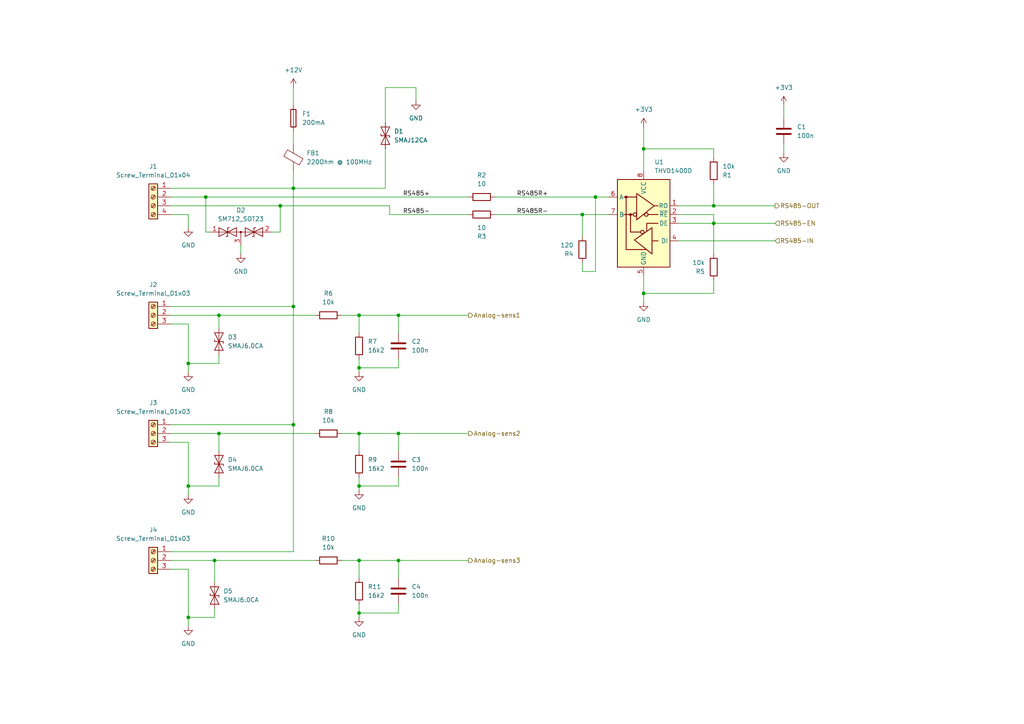
<source format=kicad_sch>
(kicad_sch (version 20250114) (generator "eeschema") (generator_version "9.0")
  (paper "A4")
  (lib_symbols
    (symbol "Connector:Screw_Terminal_01x03" (pin_names (offset 1.016) (hide yes))
      (property "Reference" "J" (at 0 5.08 0))
      (property "Value" "Screw_Terminal_01x03" (at 0 -5.08 0))
      (symbol "Screw_Terminal_01x03_1_1"
        (rectangle (start -1.27 3.81) (end 1.27 -3.81) (stroke (width 0.254)) (fill (type background)))
        (polyline (pts (xy -0.5334 2.8702) (xy 0.3302 2.032)) (stroke (width 0.1524)))
        (polyline (pts (xy -0.5334 0.3302) (xy 0.3302 -0.508)) (stroke (width 0.1524)))
        (polyline (pts (xy -0.5334 -2.2098) (xy 0.3302 -3.048)) (stroke (width 0.1524)))
        (polyline (pts (xy -0.3556 3.048) (xy 0.508 2.2098)) (stroke (width 0.1524)))
        (polyline (pts (xy -0.3556 0.508) (xy 0.508 -0.3302)) (stroke (width 0.1524)))
        (polyline (pts (xy -0.3556 -2.032) (xy 0.508 -2.8702)) (stroke (width 0.1524)))
        (circle (center 0 2.54) (radius 0.635) (stroke (width 0.1524)))
        (circle (center 0 0) (radius 0.635) (stroke (width 0.1524)))
        (circle (center 0 -2.54) (radius 0.635) (stroke (width 0.1524)))
        (pin passive line (at -5.08 2.54 0) (length 3.81) (name "Pin_1") (number "1"))
        (pin passive line (at -5.08 0 0) (length 3.81) (name "Pin_2") (number "2"))
        (pin passive line (at -5.08 -2.54 0) (length 3.81) (name "Pin_3") (number "3"))
      )
    )
    (symbol "Connector:Screw_Terminal_01x04" (pin_names (offset 1.016) (hide yes))
      (property "Reference" "J" (at 0 5.08 0))
      (property "Value" "Screw_Terminal_01x04" (at 0 -7.62 0))
      (symbol "Screw_Terminal_01x04_1_1"
        (rectangle (start -1.27 3.81) (end 1.27 -6.35) (stroke (width 0.254)) (fill (type background)))
        (polyline (pts (xy -0.5334 2.8702) (xy 0.3302 2.032)) (stroke (width 0.1524)))
        (polyline (pts (xy -0.5334 0.3302) (xy 0.3302 -0.508)) (stroke (width 0.1524)))
        (polyline (pts (xy -0.5334 -2.2098) (xy 0.3302 -3.048)) (stroke (width 0.1524)))
        (polyline (pts (xy -0.5334 -4.7498) (xy 0.3302 -5.588)) (stroke (width 0.1524)))
        (polyline (pts (xy -0.3556 3.048) (xy 0.508 2.2098)) (stroke (width 0.1524)))
        (polyline (pts (xy -0.3556 0.508) (xy 0.508 -0.3302)) (stroke (width 0.1524)))
        (polyline (pts (xy -0.3556 -2.032) (xy 0.508 -2.8702)) (stroke (width 0.1524)))
        (polyline (pts (xy -0.3556 -4.572) (xy 0.508 -5.4102)) (stroke (width 0.1524)))
        (circle (center 0 2.54) (radius 0.635) (stroke (width 0.1524)))
        (circle (center 0 0) (radius 0.635) (stroke (width 0.1524)))
        (circle (center 0 -2.54) (radius 0.635) (stroke (width 0.1524)))
        (circle (center 0 -5.08) (radius 0.635) (stroke (width 0.1524)))
        (pin passive line (at -5.08 2.54 0) (length 3.81) (name "Pin_1") (number "1"))
        (pin passive line (at -5.08 0 0) (length 3.81) (name "Pin_2") (number "2"))
        (pin passive line (at -5.08 -2.54 0) (length 3.81) (name "Pin_3") (number "3"))
        (pin passive line (at -5.08 -5.08 0) (length 3.81) (name "Pin_4") (number "4"))
      )
    )
    (symbol "Device:C" (pin_numbers (hide yes)) (pin_names (offset 0.254))
      (property "Reference" "C" (at 0.635 2.54 0))
      (property "Value" "C" (at 0.635 -2.54 0))
      (symbol "C_0_1"
        (polyline (pts (xy -2.032 0.762) (xy 2.032 0.762)) (stroke (width 0.508)))
        (polyline (pts (xy -2.032 -0.762) (xy 2.032 -0.762)) (stroke (width 0.508)))
      )
      (symbol "C_1_1"
        (pin passive line (at 0 3.81 270) (length 2.794) (name "~") (number "1"))
        (pin passive line (at 0 -3.81 90) (length 2.794) (name "~") (number "2"))
      )
    )
    (symbol "Device:FerriteBead" (pin_numbers (hide yes)) (pin_names (offset 0))
      (property "Reference" "FB" (at -3.81 0.635 90))
      (property "Value" "FerriteBead" (at 3.81 0 90))
      (symbol "FerriteBead_0_1"
        (polyline (pts (xy -2.7686 0.4064) (xy -1.7018 2.2606) (xy 2.7686 -0.3048) (xy 1.6764 -2.159) (xy -2.7686 0.4064)))
        (polyline (pts (xy 0 1.27) (xy 0 1.2954)))
        (polyline (pts (xy 0 -1.27) (xy 0 -1.2192)))
      )
      (symbol "FerriteBead_1_1"
        (pin passive line (at 0 3.81 270) (length 2.54) (name "~") (number "1"))
        (pin passive line (at 0 -3.81 90) (length 2.54) (name "~") (number "2"))
      )
    )
    (symbol "Device:Fuse" (pin_numbers (hide yes)) (pin_names (offset 0))
      (property "Reference" "F1" (at 2.54 1.2701 0))
      (property "Value" "200mA" (at 2.54 -1.2699 0))
      (symbol "Fuse_0_1"
        (rectangle (start -0.762 -2.54) (end 0.762 2.54) (stroke (width 0.254)))
        (polyline (pts (xy 0 2.54) (xy 0 -2.54)))
      )
      (symbol "Fuse_1_1"
        (pin power_in line (at 0 3.81 270) (length 1.27) (name "~") (number "1"))
        (pin power_out line (at 0 -3.81 90) (length 1.27) (name "~") (number "2"))
      )
    )
    (symbol "Device:R" (pin_numbers (hide yes)) (pin_names (offset 0))
      (property "Reference" "R" (at 2.032 0 90))
      (property "Value" "R" (at 0 0 90))
      (symbol "R_0_1"
        (rectangle (start -1.016 -2.54) (end 1.016 2.54) (stroke (width 0.254)))
      )
      (symbol "R_1_1"
        (pin passive line (at 0 3.81 270) (length 1.27) (name "~") (number "1"))
        (pin passive line (at 0 -3.81 90) (length 1.27) (name "~") (number "2"))
      )
    )
    (symbol "Diode:SM712_SOT23" (pin_names (offset 1.016) (hide yes))
      (property "Reference" "D" (at 0 4.445 0))
      (property "Value" "SM712_SOT23" (at 0 2.54 0))
      (symbol "SM712_SOT23_0_0"
        (polyline (pts (xy 0 -1.27) (xy 0 0)))
      )
      (symbol "SM712_SOT23_0_1"
        (polyline (pts (xy -6.35 0) (xy 6.35 0)))
        (polyline (pts (xy -6.35 -1.27) (xy -1.27 1.27) (xy -1.27 -1.27) (xy -6.35 1.27) (xy -6.35 -1.27)) (stroke (width 0.2032)))
        (polyline (pts (xy -3.302 1.27) (xy -3.81 1.27) (xy -3.81 -1.27) (xy -4.318 -1.27)) (stroke (width 0.2032)))
        (circle (center 0 0) (radius 0.254) (fill (type outline)))
        (polyline (pts (xy 1.27 -1.27) (xy 1.27 1.27) (xy 6.35 -1.27) (xy 6.35 1.27) (xy 1.27 -1.27)) (stroke (width 0.2032)))
        (polyline (pts (xy 4.318 1.27) (xy 3.81 1.27) (xy 3.81 -1.27) (xy 3.302 -1.27)) (stroke (width 0.2032)))
      )
      (symbol "SM712_SOT23_1_1"
        (pin passive line (at -8.89 0 0) (length 2.54) (name "A1") (number "1"))
        (pin input line (at 0 -3.81 90) (length 2.54) (name "common") (number "3"))
        (pin passive line (at 8.89 0 180) (length 2.54) (name "A2") (number "2"))
      )
    )
    (symbol "Diode:SMAJ12CA" (pin_numbers (hide yes)) (pin_names (offset 1.016) (hide yes))
      (property "Reference" "D" (at 0 2.54 0))
      (property "Value" "SMAJ12CA" (at 0 -2.54 0))
      (symbol "SMAJ12CA_0_1"
        (polyline (pts (xy -2.54 -1.27) (xy 0 0) (xy -2.54 1.27) (xy -2.54 -1.27)) (stroke (width 0.2032)))
        (polyline (pts (xy 0.508 1.27) (xy 0 1.27) (xy 0 -1.27) (xy -0.508 -1.27)) (stroke (width 0.2032)))
        (polyline (pts (xy 1.27 0) (xy -1.27 0)))
        (polyline (pts (xy 2.54 1.27) (xy 2.54 -1.27) (xy 0 0) (xy 2.54 1.27)) (stroke (width 0.2032)))
      )
      (symbol "SMAJ12CA_1_1"
        (pin passive line (at -3.81 0 0) (length 2.54) (name "A1") (number "1"))
        (pin passive line (at 3.81 0 180) (length 2.54) (name "A2") (number "2"))
      )
    )
    (symbol "Diode:SMAJ6.0CA" (pin_numbers (hide yes)) (pin_names (offset 1.016) (hide yes))
      (property "Reference" "D" (at 0 2.54 0))
      (property "Value" "SMAJ6.0CA" (at 0 -2.54 0))
      (symbol "SMAJ6.0CA_0_1"
        (polyline (pts (xy -2.54 -1.27) (xy 0 0) (xy -2.54 1.27) (xy -2.54 -1.27)) (stroke (width 0.2032)))
        (polyline (pts (xy 0.508 1.27) (xy 0 1.27) (xy 0 -1.27) (xy -0.508 -1.27)) (stroke (width 0.2032)))
        (polyline (pts (xy 1.27 0) (xy -1.27 0)))
        (polyline (pts (xy 2.54 1.27) (xy 2.54 -1.27) (xy 0 0) (xy 2.54 1.27)) (stroke (width 0.2032)))
      )
      (symbol "SMAJ6.0CA_1_1"
        (pin passive line (at -3.81 0 0) (length 2.54) (name "A1") (number "1"))
        (pin passive line (at 3.81 0 180) (length 2.54) (name "A2") (number "2"))
      )
    )
    (symbol "Interface_UART:THVD1400D"
      (property "Reference" "U" (at -6.096 11.43 0))
      (property "Value" "THVD1400D" (at 0.762 11.43 0))
      (symbol "THVD1400D_0_1"
        (rectangle (start -7.62 12.7) (end 7.62 -12.7) (stroke (width 0.254)) (fill (type background)))
        (polyline (pts (xy -4.191 2.54) (xy -1.27 2.54)) (stroke (width 0.254)))
        (polyline (pts (xy -4.191 0) (xy -0.889 0) (xy -0.889 -2.286)) (stroke (width 0.254)))
        (polyline (pts (xy -3.175 5.08) (xy -4.191 5.08) (xy -4.064 5.08)) (stroke (width 0.254)))
        (polyline (pts (xy -2.54 -5.08) (xy -4.191 -5.08)) (stroke (width 0.254)))
        (polyline (pts (xy -2.413 -5.08) (xy -2.413 -1.27) (xy 2.667 -4.826) (xy -2.413 -8.89) (xy -2.413 -5.08)) (stroke (width 0.254)))
        (polyline (pts (xy -0.635 -7.62) (xy 5.08 -7.62)) (stroke (width 0.254)))
        (circle (center 0.381 -2.54) (radius 0.508) (stroke (width 0.254)))
        (polyline (pts (xy 0.889 -2.54) (xy 3.81 -2.54)) (stroke (width 0.254)))
        (polyline (pts (xy 2.032 7.62) (xy 5.715 7.62)) (stroke (width 0.254)))
        (polyline (pts (xy 3.048 2.54) (xy 5.715 2.54)) (stroke (width 0.254)))
        (circle (center 3.81 2.54) (radius 0.2794) (stroke (width 0.254)) (fill (type outline)))
        (polyline (pts (xy 3.81 -2.54) (xy 3.81 2.54)) (stroke (width 0.254)))
        (polyline (pts (xy 5.08 -7.62) (xy 5.08 7.62)) (stroke (width 0.254)))
      )
      (symbol "THVD1400D_1_1"
        (circle (center -0.762 2.54) (radius 0.508) (stroke (width 0.254)))
        (polyline (pts (xy 2.032 4.826) (xy 2.032 8.636) (xy -3.048 5.08) (xy 2.032 1.016) (xy 2.032 4.826)) (stroke (width 0.254)))
        (circle (center 2.54 2.54) (radius 0.508) (stroke (width 0.254)))
        (circle (center 5.08 7.62) (radius 0.2794) (stroke (width 0.254)) (fill (type outline)))
        (pin output line (at -10.16 5.08 0) (length 2.54) (name "RO") (number "1"))
        (pin input line (at -10.16 2.54 0) (length 2.54) (name "~{RE}") (number "2"))
        (pin input line (at -10.16 0 0) (length 2.54) (name "DE") (number "3"))
        (pin input line (at -10.16 -5.08 0) (length 2.54) (name "DI") (number "4"))
        (pin power_in line (at 0 15.24 270) (length 2.54) (name "VCC") (number "8"))
        (pin power_in line (at 0 -15.24 90) (length 2.54) (name "GND") (number "5"))
        (pin bidirectional line (at 10.16 7.62 180) (length 2.54) (name "A") (number "6"))
        (pin bidirectional line (at 10.16 2.54 180) (length 2.54) (name "B") (number "7"))
      )
    )
    (symbol "power:+5V" (power) (pin_numbers (hide yes)) (pin_names (offset 0) (hide yes))
      (property "Value" "+5V" (at 0 3.556 0))
      (symbol "+5V_0_1"
        (polyline (pts (xy -0.762 1.27) (xy 0 2.54)))
        (polyline (pts (xy 0 2.54) (xy 0.762 1.27)))
        (polyline (pts (xy 0 0) (xy 0 2.54)))
      )
      (symbol "+5V_1_1"
        (pin power_in line (at 0 0 90) (length 0) (name "~") (number "1"))
      )
    )
    (symbol "power:GND" (power) (pin_numbers (hide yes)) (pin_names (offset 0) (hide yes))
      (property "Value" "GND" (at 0 -3.81 0))
      (symbol "GND_0_1"
        (polyline (pts (xy 0 0) (xy 0 -1.27) (xy 1.27 -1.27) (xy 0 -2.54) (xy -1.27 -1.27) (xy 0 -1.27)))
      )
      (symbol "GND_1_1"
        (pin power_in line (at 0 0 270) (length 0) (name "~") (number "1"))
      )
    )
  )
  (junction (at 85.09 88.9))
  (junction (at 207.01 59.69))
  (junction (at 62.23 162.56))
  (junction (at 104.14 106.68))
  (junction (at 115.57 162.56))
  (junction (at 207.01 64.77))
  (junction (at 104.14 140.97))
  (junction (at 104.14 162.56))
  (junction (at 85.09 123.19))
  (junction (at 186.69 43.18))
  (junction (at 63.5 91.44))
  (junction (at 172.72 57.15))
  (junction (at 115.57 125.73))
  (junction (at 54.61 140.97))
  (junction (at 104.14 125.73))
  (junction (at 104.14 177.8))
  (junction (at 54.61 105.41))
  (junction (at 63.5 125.73))
  (junction (at 85.09 54.61))
  (junction (at 168.91 62.23))
  (junction (at 81.28 59.69))
  (junction (at 115.57 91.44))
  (junction (at 59.69 57.15))
  (junction (at 186.69 85.09))
  (junction (at 104.14 91.44))
  (junction (at 54.61 179.07))
  (wire (pts (xy 207.01 85.09) (xy 186.69 85.09)))
  (wire (pts (xy 207.01 62.23) (xy 207.01 64.77)))
  (wire (pts (xy 99.06 162.56) (xy 104.14 162.56)))
  (wire (pts (xy 60.96 67.31) (xy 59.69 67.31)))
  (wire (pts (xy 115.57 177.8) (xy 104.14 177.8)))
  (wire (pts (xy 63.5 125.73) (xy 91.44 125.73)))
  (wire (pts (xy 63.5 140.97) (xy 54.61 140.97)))
  (wire (pts (xy 62.23 162.56) (xy 49.53 162.56)))
  (wire (pts (xy 54.61 128.27) (xy 49.53 128.27)))
  (wire (pts (xy 54.61 62.23) (xy 49.53 62.23)))
  (wire (pts (xy 63.5 95.25) (xy 63.5 91.44)))
  (wire (pts (xy 143.51 57.15) (xy 172.72 57.15)))
  (wire (pts (xy 115.57 104.14) (xy 115.57 106.68)))
  (wire (pts (xy 111.76 43.18) (xy 111.76 54.61)))
  (wire (pts (xy 104.14 162.56) (xy 104.14 167.64)))
  (wire (pts (xy 227.33 30.48) (xy 227.33 34.29)))
  (wire (pts (xy 49.53 88.9) (xy 85.09 88.9)))
  (wire (pts (xy 196.85 62.23) (xy 207.01 62.23)))
  (wire (pts (xy 85.09 54.61) (xy 111.76 54.61)))
  (wire (pts (xy 63.5 91.44) (xy 49.53 91.44)))
  (wire (pts (xy 207.01 64.77) (xy 196.85 64.77)))
  (wire (pts (xy 69.85 71.12) (xy 69.85 73.66)))
  (wire (pts (xy 207.01 81.28) (xy 207.01 85.09)))
  (wire (pts (xy 49.53 54.61) (xy 85.09 54.61)))
  (wire (pts (xy 62.23 179.07) (xy 54.61 179.07)))
  (wire (pts (xy 85.09 49.53) (xy 85.09 54.61)))
  (wire (pts (xy 63.5 102.87) (xy 63.5 105.41)))
  (wire (pts (xy 115.57 138.43) (xy 115.57 140.97)))
  (wire (pts (xy 104.14 104.14) (xy 104.14 106.68)))
  (wire (pts (xy 54.61 107.95) (xy 54.61 105.41)))
  (wire (pts (xy 63.5 125.73) (xy 49.53 125.73)))
  (wire (pts (xy 104.14 140.97) (xy 104.14 142.24)))
  (wire (pts (xy 63.5 130.81) (xy 63.5 125.73)))
  (wire (pts (xy 104.14 177.8) (xy 104.14 179.07)))
  (wire (pts (xy 85.09 54.61) (xy 85.09 88.9)))
  (wire (pts (xy 168.91 78.74) (xy 172.72 78.74)))
  (wire (pts (xy 120.65 25.4) (xy 120.65 29.21)))
  (wire (pts (xy 62.23 162.56) (xy 91.44 162.56)))
  (wire (pts (xy 115.57 140.97) (xy 104.14 140.97)))
  (wire (pts (xy 172.72 57.15) (xy 176.53 57.15)))
  (wire (pts (xy 85.09 25.4) (xy 85.09 30.48)))
  (wire (pts (xy 104.14 175.26) (xy 104.14 177.8)))
  (wire (pts (xy 49.53 123.19) (xy 85.09 123.19)))
  (wire (pts (xy 111.76 25.4) (xy 120.65 25.4)))
  (wire (pts (xy 104.14 106.68) (xy 104.14 107.95)))
  (wire (pts (xy 54.61 105.41) (xy 54.61 93.98)))
  (wire (pts (xy 207.01 64.77) (xy 224.79 64.77)))
  (wire (pts (xy 63.5 91.44) (xy 91.44 91.44)))
  (wire (pts (xy 49.53 165.1) (xy 54.61 165.1)))
  (wire (pts (xy 186.69 36.83) (xy 186.69 43.18)))
  (wire (pts (xy 49.53 57.15) (xy 59.69 57.15)))
  (wire (pts (xy 49.53 160.02) (xy 85.09 160.02)))
  (wire (pts (xy 104.14 91.44) (xy 104.14 96.52)))
  (wire (pts (xy 186.69 43.18) (xy 186.69 49.53)))
  (wire (pts (xy 168.91 62.23) (xy 168.91 68.58)))
  (wire (pts (xy 115.57 130.81) (xy 115.57 125.73)))
  (wire (pts (xy 113.03 62.23) (xy 113.03 59.69)))
  (wire (pts (xy 104.14 91.44) (xy 115.57 91.44)))
  (wire (pts (xy 54.61 143.51) (xy 54.61 140.97)))
  (wire (pts (xy 143.51 62.23) (xy 168.91 62.23)))
  (wire (pts (xy 54.61 140.97) (xy 54.61 128.27)))
  (wire (pts (xy 207.01 53.34) (xy 207.01 59.69)))
  (wire (pts (xy 62.23 176.53) (xy 62.23 179.07)))
  (wire (pts (xy 54.61 93.98) (xy 49.53 93.98)))
  (wire (pts (xy 115.57 125.73) (xy 135.89 125.73)))
  (wire (pts (xy 99.06 91.44) (xy 104.14 91.44)))
  (wire (pts (xy 196.85 59.69) (xy 207.01 59.69)))
  (wire (pts (xy 54.61 66.04) (xy 54.61 62.23)))
  (wire (pts (xy 85.09 123.19) (xy 85.09 160.02)))
  (wire (pts (xy 168.91 62.23) (xy 176.53 62.23)))
  (wire (pts (xy 115.57 162.56) (xy 104.14 162.56)))
  (wire (pts (xy 207.01 45.72) (xy 207.01 43.18)))
  (wire (pts (xy 59.69 67.31) (xy 59.69 57.15)))
  (wire (pts (xy 207.01 59.69) (xy 224.79 59.69)))
  (wire (pts (xy 115.57 167.64) (xy 115.57 162.56)))
  (wire (pts (xy 62.23 168.91) (xy 62.23 162.56)))
  (wire (pts (xy 54.61 179.07) (xy 54.61 165.1)))
  (wire (pts (xy 115.57 175.26) (xy 115.57 177.8)))
  (wire (pts (xy 115.57 96.52) (xy 115.57 91.44)))
  (wire (pts (xy 227.33 41.91) (xy 227.33 44.45)))
  (wire (pts (xy 63.5 138.43) (xy 63.5 140.97)))
  (wire (pts (xy 186.69 80.01) (xy 186.69 85.09)))
  (wire (pts (xy 115.57 125.73) (xy 104.14 125.73)))
  (wire (pts (xy 207.01 73.66) (xy 207.01 64.77)))
  (wire (pts (xy 186.69 85.09) (xy 186.69 87.63)))
  (wire (pts (xy 99.06 125.73) (xy 104.14 125.73)))
  (wire (pts (xy 63.5 105.41) (xy 54.61 105.41)))
  (wire (pts (xy 113.03 59.69) (xy 81.28 59.69)))
  (wire (pts (xy 85.09 38.1) (xy 85.09 41.91)))
  (wire (pts (xy 207.01 43.18) (xy 186.69 43.18)))
  (wire (pts (xy 81.28 67.31) (xy 81.28 59.69)))
  (wire (pts (xy 85.09 88.9) (xy 85.09 123.19)))
  (wire (pts (xy 168.91 76.2) (xy 168.91 78.74)))
  (wire (pts (xy 115.57 91.44) (xy 135.89 91.44)))
  (wire (pts (xy 59.69 57.15) (xy 135.89 57.15)))
  (wire (pts (xy 104.14 125.73) (xy 104.14 130.81)))
  (wire (pts (xy 135.89 62.23) (xy 113.03 62.23)))
  (wire (pts (xy 111.76 35.56) (xy 111.76 25.4)))
  (wire (pts (xy 115.57 106.68) (xy 104.14 106.68)))
  (wire (pts (xy 104.14 138.43) (xy 104.14 140.97)))
  (wire (pts (xy 115.57 162.56) (xy 135.89 162.56)))
  (wire (pts (xy 172.72 78.74) (xy 172.72 57.15)))
  (wire (pts (xy 78.74 67.31) (xy 81.28 67.31)))
  (wire (pts (xy 196.85 69.85) (xy 224.79 69.85)))
  (wire (pts (xy 81.28 59.69) (xy 49.53 59.69)))
  (wire (pts (xy 54.61 181.61) (xy 54.61 179.07)))
  (label "RS485+" (at 116.84 57.15 0))
  (label "RS485R+" (at 149.86 57.15 0))
  (label "RS485R-" (at 149.86 62.23 0))
  (label "RS485-" (at 116.84 62.23 0))
  (hierarchical_label "Analog-sens2" (shape output) (at 135.89 125.73 0))
  (hierarchical_label "RS485-OUT" (shape output) (at 224.79 59.69 0))
  (hierarchical_label "Analog-sens1" (shape output) (at 135.89 91.44 0))
  (hierarchical_label "RS485-IN" (shape input) (at 224.79 69.85 0))
  (hierarchical_label "Analog-sens3" (shape output) (at 135.89 162.56 0))
  (hierarchical_label "RS485-EN" (shape input) (at 224.79 64.77 0))
  (symbol (lib_id "Connector:Screw_Terminal_01x03") (at 44.45 125.73 0) (mirror y) (unit 1)
    (property "Reference" "J3" (at 44.45 116.84 0))
    (property "Value" "Screw_Terminal_01x03" (at 44.45 119.38 0))
    (property "Footprint" "TerminalBlock_Phoenix:TerminalBlock_Phoenix_MKDS-1,5-3-5.08_1x03_P5.08mm_Horizontal" (effects (hide yes)))
    (property "Description" "Generic screw terminal, single row, 01x03, script generated (kicad-library-utils/schlib/autogen/connector/)" (effects (hide yes)))
  )
  (symbol (lib_id "Device:C") (at 227.33 38.1 0) (unit 1)
    (property "Reference" "C1" (at 231.14 36.8299 0) (effects (justify left)))
    (property "Value" "100n" (at 231.14 39.3699 0) (effects (justify left)))
    (property "Footprint" "Capacitor_SMD:C_0603_1608Metric" (effects (hide yes)))
    (property "Description" "Unpolarized capacitor" (effects (hide yes)))
  )
  (symbol (lib_id "power:GND") (at 104.14 107.95 0) (unit 1)
    (property "Reference" "#PWR010" (effects (hide yes)))
    (property "Value" "GND" (at 104.14 113.03 0))
    (property "Description" "Power symbol creates a global label with name \"GND\" , ground" (effects (hide yes)))
  )
  (symbol (lib_id "Interface_UART:THVD1400D") (at 186.69 64.77 0) (mirror y) (unit 1)
    (property "Reference" "U1" (at 189.8081 46.99 0) (effects (justify right)))
    (property "Value" "THVD1400D" (at 189.8081 49.53 0) (effects (justify right)))
    (property "Footprint" "Package_SO:SOIC-8_3.9x4.9mm_P1.27mm" (effects (hide yes)))
    (property "Datasheet" "https://www.ti.com/lit/ds/symlink/thvd1420.pdf" (effects (hide yes)))
    (property "Description" "Half duplex RS-485/RS-422, 500 Kbps, 3V - 5.5V supply, ±12kV electro-static discharge (ESD) protection, with receiver/driver enable, 32 receiver drive capacity, SOIC-8" (effects (hide yes)))
  )
  (symbol (lib_id "Connector:Screw_Terminal_01x03") (at 44.45 162.56 0) (mirror y) (unit 1)
    (property "Reference" "J4" (at 44.45 153.67 0))
    (property "Value" "Screw_Terminal_01x03" (at 44.45 156.21 0))
    (property "Footprint" "TerminalBlock_Phoenix:TerminalBlock_Phoenix_MKDS-1,5-3-5.08_1x03_P5.08mm_Horizontal" (effects (hide yes)))
    (property "Description" "Generic screw terminal, single row, 01x03, script generated (kicad-library-utils/schlib/autogen/connector/)" (effects (hide yes)))
  )
  (symbol (lib_id "power:+5V") (at 227.33 30.48 0) (unit 1)
    (property "Reference" "#PWR03" (effects (hide yes)))
    (property "Value" "+3V3" (at 227.33 25.4 0))
    (property "Description" "Power symbol creates a global label with name \"+5V\"" (effects (hide yes)))
  )
  (symbol (lib_id "power:GND") (at 186.69 87.63 0) (unit 1)
    (property "Reference" "#PWR08" (effects (hide yes)))
    (property "Value" "GND" (at 186.69 92.71 0))
    (property "Description" "Power symbol creates a global label with name \"GND\" , ground" (effects (hide yes)))
  )
  (symbol (lib_id "power:GND") (at 54.61 143.51 0) (unit 1)
    (property "Reference" "#PWR012" (effects (hide yes)))
    (property "Value" "GND" (at 54.61 148.59 0))
    (property "Description" "Power symbol creates a global label with name \"GND\" , ground" (effects (hide yes)))
  )
  (symbol (lib_id "power:+5V") (at 186.69 36.83 0) (unit 1)
    (property "Reference" "#PWR04" (effects (hide yes)))
    (property "Value" "+3V3" (at 186.69 31.75 0))
    (property "Description" "Power symbol creates a global label with name \"+5V\"" (effects (hide yes)))
  )
  (symbol (lib_id "power:GND") (at 104.14 142.24 0) (unit 1)
    (property "Reference" "#PWR011" (effects (hide yes)))
    (property "Value" "GND" (at 104.14 147.32 0))
    (property "Description" "Power symbol creates a global label with name \"GND\" , ground" (effects (hide yes)))
  )
  (symbol (lib_id "Connector:Screw_Terminal_01x04") (at 44.45 57.15 0) (mirror y) (unit 1)
    (property "Reference" "J1" (at 44.45 48.26 0))
    (property "Value" "Screw_Terminal_01x04" (at 44.45 50.8 0))
    (property "Footprint" "TerminalBlock_Phoenix:TerminalBlock_Phoenix_MKDS-1,5-4-5.08_1x04_P5.08mm_Horizontal" (effects (hide yes)))
    (property "Description" "Generic screw terminal, single row, 01x04, script generated (kicad-library-utils/schlib/autogen/connector/)" (effects (hide yes)))
  )
  (symbol (lib_id "Diode:SMAJ6.0CA") (at 63.5 134.62 90) (unit 1)
    (property "Reference" "D4" (at 66.04 133.3499 90) (effects (justify right)))
    (property "Value" "SMAJ6.0CA" (at 66.04 135.8899 90) (effects (justify right)))
    (property "Footprint" "Diode_SMD:D_SMA" (effects (hide yes)))
    (property "Datasheet" "https://www.littelfuse.com/media?resourcetype=datasheets&itemid=75e32973-b177-4ee3-a0ff-cedaf1abdb93&filename=smaj-datasheet" (effects (hide yes)))
    (property "Description" "400W bidirectional Transient Voltage Suppressor, 6.0Vr, SMA(DO-214AC)" (effects (hide yes)))
  )
  (symbol (lib_id "Device:R") (at 95.25 91.44 90) (unit 1)
    (property "Reference" "R6" (at 95.25 85.09 90))
    (property "Value" "10k" (at 95.25 87.63 90))
    (property "Footprint" "Resistor_SMD:R_0603_1608Metric" (effects (hide yes)))
    (property "Description" "Resistor" (effects (hide yes)))
  )
  (symbol (lib_id "power:GND") (at 104.14 179.07 0) (unit 1)
    (property "Reference" "#PWR013" (effects (hide yes)))
    (property "Value" "GND" (at 104.14 184.15 0))
    (property "Description" "Power symbol creates a global label with name \"GND\" , ground" (effects (hide yes)))
  )
  (symbol (lib_id "Connector:Screw_Terminal_01x03") (at 44.45 91.44 0) (mirror y) (unit 1)
    (property "Reference" "J2" (at 44.45 82.55 0))
    (property "Value" "Screw_Terminal_01x03" (at 44.45 85.09 0))
    (property "Footprint" "TerminalBlock_Phoenix:TerminalBlock_Phoenix_MKDS-1,5-3-5.08_1x03_P5.08mm_Horizontal" (effects (hide yes)))
    (property "Description" "Generic screw terminal, single row, 01x03, script generated (kicad-library-utils/schlib/autogen/connector/)" (effects (hide yes)))
  )
  (symbol (lib_id "Device:C") (at 115.57 134.62 0) (unit 1)
    (property "Reference" "C3" (at 119.38 133.3499 0) (effects (justify left)))
    (property "Value" "100n" (at 119.38 135.8899 0) (effects (justify left)))
    (property "Footprint" "Capacitor_SMD:C_0603_1608Metric" (effects (hide yes)))
    (property "Description" "Unpolarized capacitor" (effects (hide yes)))
  )
  (symbol (lib_id "Diode:SMAJ6.0CA") (at 63.5 99.06 90) (unit 1)
    (property "Reference" "D3" (at 66.04 97.7899 90) (effects (justify right)))
    (property "Value" "SMAJ6.0CA" (at 66.04 100.3299 90) (effects (justify right)))
    (property "Footprint" "Diode_SMD:D_SMA" (effects (hide yes)))
    (property "Datasheet" "https://www.littelfuse.com/media?resourcetype=datasheets&itemid=75e32973-b177-4ee3-a0ff-cedaf1abdb93&filename=smaj-datasheet" (effects (hide yes)))
    (property "Description" "400W bidirectional Transient Voltage Suppressor, 6.0Vr, SMA(DO-214AC)" (effects (hide yes)))
  )
  (symbol (lib_id "Device:FerriteBead") (at 85.09 45.72 0) (unit 1)
    (property "Reference" "FB1" (at 88.9 44.3991 0) (effects (justify left)))
    (property "Value" "220Ohm @ 100MHz" (at 88.9 46.99 0) (effects (justify left)))
    (property "Footprint" "Inductor_SMD:L_0603_1608Metric" (effects (hide yes)))
    (property "Datasheet" "1A 40mOhmDC" (effects (hide yes)))
    (property "Description" "Ferrite bead" (effects (hide yes)))
    (property "Componente" " BLM18SG221TZ1D" (effects (hide yes)))
  )
  (symbol (lib_id "Device:R") (at 95.25 125.73 90) (unit 1)
    (property "Reference" "R8" (at 95.25 119.38 90))
    (property "Value" "10k" (at 95.25 121.92 90))
    (property "Footprint" "Resistor_SMD:R_0603_1608Metric" (effects (hide yes)))
    (property "Description" "Resistor" (effects (hide yes)))
  )
  (symbol (lib_id "Diode:SMAJ6.0CA") (at 62.23 172.72 90) (unit 1)
    (property "Reference" "D5" (at 64.77 171.4499 90) (effects (justify right)))
    (property "Value" "SMAJ6.0CA" (at 64.77 173.9899 90) (effects (justify right)))
    (property "Footprint" "Diode_SMD:D_SMA" (effects (hide yes)))
    (property "Datasheet" "https://www.littelfuse.com/media?resourcetype=datasheets&itemid=75e32973-b177-4ee3-a0ff-cedaf1abdb93&filename=smaj-datasheet" (effects (hide yes)))
    (property "Description" "400W bidirectional Transient Voltage Suppressor, 6.0Vr, SMA(DO-214AC)" (effects (hide yes)))
  )
  (symbol (lib_id "Device:R") (at 207.01 49.53 0) (mirror y) (unit 1)
    (property "Reference" "R1" (at 209.55 50.8001 0) (effects (justify right)))
    (property "Value" "10k" (at 209.55 48.2601 0) (effects (justify right)))
    (property "Footprint" "Resistor_SMD:R_0603_1608Metric" (effects (hide yes)))
    (property "Description" "Resistor" (effects (hide yes)))
  )
  (symbol (lib_id "power:+5V") (at 85.09 25.4 0) (unit 1)
    (property "Reference" "#PWR01" (effects (hide yes)))
    (property "Value" "+12V" (at 85.09 20.32 0))
    (property "Description" "Power symbol creates a global label with name \"+5V\"" (effects (hide yes)))
  )
  (symbol (lib_id "Device:R") (at 104.14 134.62 180) (unit 1)
    (property "Reference" "R9" (at 106.68 133.3499 0) (effects (justify right)))
    (property "Value" "16k2" (at 106.68 135.8899 0) (effects (justify right)))
    (property "Footprint" "Resistor_SMD:R_0603_1608Metric" (effects (hide yes)))
    (property "Description" "Resistor" (effects (hide yes)))
  )
  (symbol (lib_id "Device:R") (at 95.25 162.56 90) (unit 1)
    (property "Reference" "R10" (at 95.25 156.21 90))
    (property "Value" "10k" (at 95.25 158.75 90))
    (property "Footprint" "Resistor_SMD:R_0603_1608Metric" (effects (hide yes)))
    (property "Description" "Resistor" (effects (hide yes)))
  )
  (symbol (lib_id "Diode:SMAJ12CA") (at 111.76 39.37 90) (unit 1)
    (property "Reference" "D1" (at 114.3 38.0999 90) (effects (justify right)))
    (property "Value" "SMAJ12CA" (at 114.3 40.6399 90) (effects (justify right)))
    (property "Footprint" "Diode_SMD:D_SMA" (effects (hide yes)))
    (property "Datasheet" "https://www.littelfuse.com/media?resourcetype=datasheets&itemid=75e32973-b177-4ee3-a0ff-cedaf1abdb93&filename=smaj-datasheet" (effects (hide yes)))
    (property "Description" "400W bidirectional Transient Voltage Suppressor, 12.0Vr, SMA(DO-214AC)" (effects (hide yes)))
  )
  (symbol (lib_id "Device:Fuse") (at 85.09 34.29 0) (unit 1)
    (property "Reference" "F1" (at 87.63 33.0199 0) (effects (justify left)))
    (property "Value" "200mA" (at 87.63 35.5599 0) (effects (justify left)))
    (property "Footprint" "Fuse:Fuse_0805_2012Metric" (effects (hide yes)))
    (property "Description" "Fuse" (effects (hide yes)))
  )
  (symbol (lib_id "Device:R") (at 104.14 171.45 180) (unit 1)
    (property "Reference" "R11" (at 106.68 170.1799 0) (effects (justify right)))
    (property "Value" "16k2" (at 106.68 172.7199 0) (effects (justify right)))
    (property "Footprint" "Resistor_SMD:R_0603_1608Metric" (effects (hide yes)))
    (property "Description" "Resistor" (effects (hide yes)))
  )
  (symbol (lib_id "Device:C") (at 115.57 100.33 0) (unit 1)
    (property "Reference" "C2" (at 119.38 99.0599 0) (effects (justify left)))
    (property "Value" "100n" (at 119.38 101.5999 0) (effects (justify left)))
    (property "Footprint" "Capacitor_SMD:C_0603_1608Metric" (effects (hide yes)))
    (property "Description" "Unpolarized capacitor" (effects (hide yes)))
  )
  (symbol (lib_id "power:GND") (at 69.85 73.66 0) (unit 1)
    (property "Reference" "#PWR07" (effects (hide yes)))
    (property "Value" "GND" (at 69.85 78.74 0))
    (property "Description" "Power symbol creates a global label with name \"GND\" , ground" (effects (hide yes)))
  )
  (symbol (lib_id "Device:C") (at 115.57 171.45 0) (unit 1)
    (property "Reference" "C4" (at 119.38 170.1799 0) (effects (justify left)))
    (property "Value" "100n" (at 119.38 172.7199 0) (effects (justify left)))
    (property "Footprint" "Capacitor_SMD:C_0603_1608Metric" (effects (hide yes)))
    (property "Description" "Unpolarized capacitor" (effects (hide yes)))
  )
  (symbol (lib_id "Device:R") (at 104.14 100.33 180) (unit 1)
    (property "Reference" "R7" (at 106.68 99.0599 0) (effects (justify right)))
    (property "Value" "16k2" (at 106.68 101.5999 0) (effects (justify right)))
    (property "Footprint" "Resistor_SMD:R_0603_1608Metric" (effects (hide yes)))
    (property "Description" "Resistor" (effects (hide yes)))
  )
  (symbol (lib_id "power:GND") (at 120.65 29.21 0) (unit 1)
    (property "Reference" "#PWR02" (effects (hide yes)))
    (property "Value" "GND" (at 120.65 34.29 0))
    (property "Description" "Power symbol creates a global label with name \"GND\" , ground" (effects (hide yes)))
  )
  (symbol (lib_id "power:GND") (at 54.61 181.61 0) (unit 1)
    (property "Reference" "#PWR014" (effects (hide yes)))
    (property "Value" "GND" (at 54.61 186.69 0))
    (property "Description" "Power symbol creates a global label with name \"GND\" , ground" (effects (hide yes)))
  )
  (symbol (lib_id "Device:R") (at 168.91 72.39 0) (unit 1)
    (property "Reference" "R4" (at 166.37 73.6601 0) (effects (justify right)))
    (property "Value" "120" (at 166.37 71.1201 0) (effects (justify right)))
    (property "Footprint" "Resistor_SMD:R_0603_1608Metric" (effects (hide yes)))
    (property "Description" "Resistor" (effects (hide yes)))
  )
  (symbol (lib_id "Device:R") (at 207.01 77.47 0) (unit 1)
    (property "Reference" "R5" (at 204.47 78.7401 0) (effects (justify right)))
    (property "Value" "10k" (at 204.47 76.2001 0) (effects (justify right)))
    (property "Footprint" "Resistor_SMD:R_0603_1608Metric" (effects (hide yes)))
    (property "Description" "Resistor" (effects (hide yes)))
  )
  (symbol (lib_id "power:GND") (at 54.61 107.95 0) (unit 1)
    (property "Reference" "#PWR09" (effects (hide yes)))
    (property "Value" "GND" (at 54.61 113.03 0))
    (property "Description" "Power symbol creates a global label with name \"GND\" , ground" (effects (hide yes)))
  )
  (symbol (lib_id "Device:R") (at 139.7 62.23 90) (mirror x) (unit 1)
    (property "Reference" "R3" (at 139.7 68.58 90))
    (property "Value" "10" (at 139.7 66.04 90))
    (property "Footprint" "Resistor_SMD:R_0603_1608Metric" (effects (hide yes)))
    (property "Description" "Resistor" (effects (hide yes)))
  )
  (symbol (lib_id "Diode:SM712_SOT23") (at 69.85 67.31 0) (unit 1)
    (property "Reference" "D2" (at 69.85 60.96 0))
    (property "Value" "SM712_SOT23" (at 69.85 63.5 0))
    (property "Footprint" "Package_TO_SOT_SMD:SOT-23" (effects (hide yes)))
    (property "Datasheet" "https://www.littelfuse.com/~/media/electronics/datasheets/tvs_diode_arrays/littelfuse_tvs_diode_array_sm712_datasheet.pdf.pdf" (effects (hide yes)))
    (property "Description" "7V/12V, 600W Asymmetrical TVS Diode Array, SOT-23" (effects (hide yes)))
  )
  (symbol (lib_id "Device:R") (at 139.7 57.15 90) (unit 1)
    (property "Reference" "R2" (at 139.7 50.8 90))
    (property "Value" "10" (at 139.7 53.34 90))
    (property "Footprint" "Resistor_SMD:R_0603_1608Metric" (effects (hide yes)))
    (property "Description" "Resistor" (effects (hide yes)))
  )
  (symbol (lib_id "power:GND") (at 227.33 44.45 0) (unit 1)
    (property "Reference" "#PWR05" (effects (hide yes)))
    (property "Value" "GND" (at 227.33 49.53 0))
    (property "Description" "Power symbol creates a global label with name \"GND\" , ground" (effects (hide yes)))
  )
  (symbol (lib_id "power:GND") (at 54.61 66.04 0) (unit 1)
    (property "Reference" "#PWR06" (effects (hide yes)))
    (property "Value" "GND" (at 54.61 71.12 0))
    (property "Description" "Power symbol creates a global label with name \"GND\" , ground" (effects (hide yes)))
  )
)
</source>
